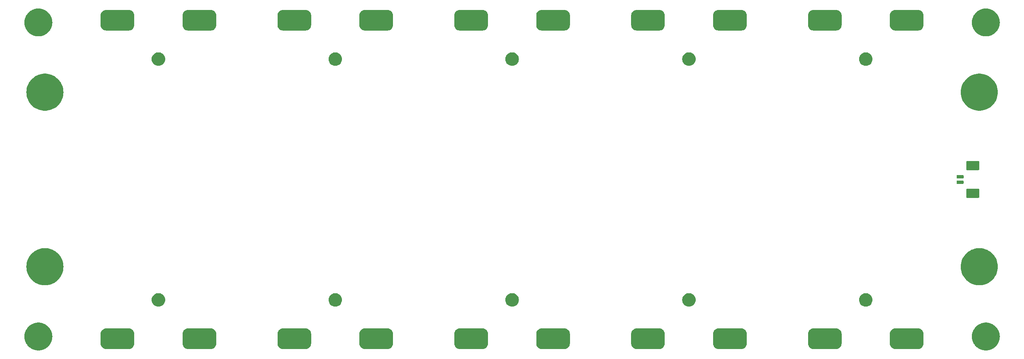
<source format=gts>
G04 #@! TF.GenerationSoftware,KiCad,Pcbnew,7.0.8*
G04 #@! TF.CreationDate,2023-11-12T21:23:09-08:00*
G04 #@! TF.ProjectId,10p-battery-holder,3130702d-6261-4747-9465-72792d686f6c,V1*
G04 #@! TF.SameCoordinates,Original*
G04 #@! TF.FileFunction,Soldermask,Top*
G04 #@! TF.FilePolarity,Negative*
%FSLAX46Y46*%
G04 Gerber Fmt 4.6, Leading zero omitted, Abs format (unit mm)*
G04 Created by KiCad (PCBNEW 7.0.8) date 2023-11-12 21:23:09*
%MOMM*%
%LPD*%
G01*
G04 APERTURE LIST*
G04 APERTURE END LIST*
G36*
X44084617Y-123304752D02*
G01*
X44173237Y-123304752D01*
X44267863Y-123315042D01*
X44358286Y-123320121D01*
X44436052Y-123333334D01*
X44517695Y-123342213D01*
X44617132Y-123364100D01*
X44712067Y-123380231D01*
X44782190Y-123400432D01*
X44856078Y-123416697D01*
X44958904Y-123451343D01*
X45056893Y-123479573D01*
X45118829Y-123505227D01*
X45184420Y-123527328D01*
X45289066Y-123575743D01*
X45388428Y-123616900D01*
X45441885Y-123646444D01*
X45498879Y-123672813D01*
X45603601Y-123735822D01*
X45702503Y-123790483D01*
X45747429Y-123822360D01*
X45795766Y-123851443D01*
X45898711Y-123929700D01*
X45995167Y-123998139D01*
X46031765Y-124030845D01*
X46071599Y-124061126D01*
X46170795Y-124155090D01*
X46262742Y-124237258D01*
X46291434Y-124269364D01*
X46323139Y-124299397D01*
X46416559Y-124409380D01*
X46501861Y-124504833D01*
X46523285Y-124535028D01*
X46547451Y-124563478D01*
X46633041Y-124689715D01*
X46709517Y-124797497D01*
X46724498Y-124824603D01*
X46741891Y-124850256D01*
X46817594Y-124993048D01*
X46883100Y-125111572D01*
X46892633Y-125134588D01*
X46904189Y-125156384D01*
X46968007Y-125316555D01*
X47020427Y-125443107D01*
X47025640Y-125461202D01*
X47032433Y-125478251D01*
X47082458Y-125658425D01*
X47119769Y-125787933D01*
X47121901Y-125800483D01*
X47125129Y-125812108D01*
X47159534Y-126021976D01*
X47179879Y-126141714D01*
X47180251Y-126148344D01*
X47181183Y-126154027D01*
X47198292Y-126469602D01*
X47200000Y-126500000D01*
X47198292Y-126530400D01*
X47181183Y-126845972D01*
X47180251Y-126851654D01*
X47179879Y-126858286D01*
X47159530Y-126978050D01*
X47125129Y-127187891D01*
X47121901Y-127199514D01*
X47119769Y-127212067D01*
X47082451Y-127341601D01*
X47032433Y-127521748D01*
X47025641Y-127538794D01*
X47020427Y-127556893D01*
X46967997Y-127683469D01*
X46904189Y-127843615D01*
X46892635Y-127865407D01*
X46883100Y-127888428D01*
X46817581Y-128006975D01*
X46741891Y-128149743D01*
X46724501Y-128175390D01*
X46709517Y-128202503D01*
X46633026Y-128310306D01*
X46547451Y-128436521D01*
X46523290Y-128464965D01*
X46501861Y-128495167D01*
X46416542Y-128590638D01*
X46323139Y-128700602D01*
X46291439Y-128730628D01*
X46262742Y-128762742D01*
X46170777Y-128844926D01*
X46071599Y-128938873D01*
X46031772Y-128969147D01*
X45995167Y-129001861D01*
X45898692Y-129070313D01*
X45795766Y-129148556D01*
X45747439Y-129177633D01*
X45702503Y-129209517D01*
X45603581Y-129264188D01*
X45498879Y-129327186D01*
X45441896Y-129353549D01*
X45388428Y-129383100D01*
X45289046Y-129424265D01*
X45184420Y-129472671D01*
X45118842Y-129494766D01*
X45056893Y-129520427D01*
X44958884Y-129548662D01*
X44856078Y-129583302D01*
X44782204Y-129599562D01*
X44712067Y-129619769D01*
X44617112Y-129635902D01*
X44517695Y-129657786D01*
X44436064Y-129666663D01*
X44358286Y-129679879D01*
X44267858Y-129684957D01*
X44173237Y-129695248D01*
X44084617Y-129695248D01*
X44000000Y-129700000D01*
X43915383Y-129695248D01*
X43826763Y-129695248D01*
X43732141Y-129684957D01*
X43641714Y-129679879D01*
X43563936Y-129666664D01*
X43482304Y-129657786D01*
X43382883Y-129635901D01*
X43287933Y-129619769D01*
X43217798Y-129599563D01*
X43143921Y-129583302D01*
X43041109Y-129548660D01*
X42943107Y-129520427D01*
X42881162Y-129494768D01*
X42815579Y-129472671D01*
X42710944Y-129424261D01*
X42611572Y-129383100D01*
X42558108Y-129353552D01*
X42501120Y-129327186D01*
X42396406Y-129264182D01*
X42297497Y-129209517D01*
X42252566Y-129177637D01*
X42204233Y-129148556D01*
X42101292Y-129070302D01*
X42004833Y-129001861D01*
X41968232Y-128969153D01*
X41928400Y-128938873D01*
X41829205Y-128844910D01*
X41737258Y-128762742D01*
X41708565Y-128730635D01*
X41676860Y-128700602D01*
X41583437Y-128590616D01*
X41498139Y-128495167D01*
X41476714Y-128464972D01*
X41452548Y-128436521D01*
X41366950Y-128310274D01*
X41290483Y-128202503D01*
X41275503Y-128175398D01*
X41258108Y-128149743D01*
X41182394Y-128006930D01*
X41116900Y-127888428D01*
X41107367Y-127865415D01*
X41095810Y-127843615D01*
X41031976Y-127683405D01*
X40979573Y-127556893D01*
X40974361Y-127538803D01*
X40967566Y-127521748D01*
X40917521Y-127341505D01*
X40880231Y-127212067D01*
X40878099Y-127199523D01*
X40874870Y-127187891D01*
X40840441Y-126977882D01*
X40820121Y-126858286D01*
X40819749Y-126851663D01*
X40818816Y-126845972D01*
X40801678Y-126529884D01*
X40800000Y-126500000D01*
X40801678Y-126470117D01*
X40818816Y-126154027D01*
X40819749Y-126148334D01*
X40820121Y-126141714D01*
X40840436Y-126022144D01*
X40874870Y-125812108D01*
X40878100Y-125800474D01*
X40880231Y-125787933D01*
X40917513Y-125658520D01*
X40967566Y-125478251D01*
X40974362Y-125461193D01*
X40979573Y-125443107D01*
X41031966Y-125316619D01*
X41095810Y-125156384D01*
X41107369Y-125134579D01*
X41116900Y-125111572D01*
X41182381Y-124993092D01*
X41258108Y-124850256D01*
X41275506Y-124824595D01*
X41290483Y-124797497D01*
X41366935Y-124689747D01*
X41452548Y-124563478D01*
X41476719Y-124535021D01*
X41498139Y-124504833D01*
X41583420Y-124409402D01*
X41676860Y-124299397D01*
X41708571Y-124269358D01*
X41737258Y-124237258D01*
X41829186Y-124155105D01*
X41928400Y-124061126D01*
X41968240Y-124030840D01*
X42004833Y-123998139D01*
X42101273Y-123929711D01*
X42204233Y-123851443D01*
X42252575Y-123822356D01*
X42297497Y-123790483D01*
X42396385Y-123735829D01*
X42501120Y-123672813D01*
X42558120Y-123646441D01*
X42611572Y-123616900D01*
X42710923Y-123575747D01*
X42815579Y-123527328D01*
X42881175Y-123505226D01*
X42943107Y-123479573D01*
X43041088Y-123451345D01*
X43143921Y-123416697D01*
X43217813Y-123400432D01*
X43287933Y-123380231D01*
X43382863Y-123364101D01*
X43482304Y-123342213D01*
X43563948Y-123333333D01*
X43641714Y-123320121D01*
X43732135Y-123315042D01*
X43826763Y-123304752D01*
X43915383Y-123304752D01*
X44000000Y-123300000D01*
X44084617Y-123304752D01*
G37*
G36*
X261084617Y-123304752D02*
G01*
X261173237Y-123304752D01*
X261267863Y-123315042D01*
X261358286Y-123320121D01*
X261436052Y-123333334D01*
X261517695Y-123342213D01*
X261617132Y-123364100D01*
X261712067Y-123380231D01*
X261782190Y-123400432D01*
X261856078Y-123416697D01*
X261958904Y-123451343D01*
X262056893Y-123479573D01*
X262118829Y-123505227D01*
X262184420Y-123527328D01*
X262289066Y-123575743D01*
X262388428Y-123616900D01*
X262441885Y-123646444D01*
X262498879Y-123672813D01*
X262603601Y-123735822D01*
X262702503Y-123790483D01*
X262747429Y-123822360D01*
X262795766Y-123851443D01*
X262898711Y-123929700D01*
X262995167Y-123998139D01*
X263031765Y-124030845D01*
X263071599Y-124061126D01*
X263170795Y-124155090D01*
X263262742Y-124237258D01*
X263291434Y-124269364D01*
X263323139Y-124299397D01*
X263416559Y-124409380D01*
X263501861Y-124504833D01*
X263523285Y-124535028D01*
X263547451Y-124563478D01*
X263633041Y-124689715D01*
X263709517Y-124797497D01*
X263724498Y-124824603D01*
X263741891Y-124850256D01*
X263817594Y-124993048D01*
X263883100Y-125111572D01*
X263892633Y-125134588D01*
X263904189Y-125156384D01*
X263968007Y-125316555D01*
X264020427Y-125443107D01*
X264025640Y-125461202D01*
X264032433Y-125478251D01*
X264082458Y-125658425D01*
X264119769Y-125787933D01*
X264121901Y-125800483D01*
X264125129Y-125812108D01*
X264159534Y-126021976D01*
X264179879Y-126141714D01*
X264180251Y-126148344D01*
X264181183Y-126154027D01*
X264198292Y-126469602D01*
X264200000Y-126500000D01*
X264198292Y-126530400D01*
X264181183Y-126845972D01*
X264180251Y-126851654D01*
X264179879Y-126858286D01*
X264159530Y-126978050D01*
X264125129Y-127187891D01*
X264121901Y-127199514D01*
X264119769Y-127212067D01*
X264082451Y-127341601D01*
X264032433Y-127521748D01*
X264025641Y-127538794D01*
X264020427Y-127556893D01*
X263967997Y-127683469D01*
X263904189Y-127843615D01*
X263892635Y-127865407D01*
X263883100Y-127888428D01*
X263817581Y-128006975D01*
X263741891Y-128149743D01*
X263724501Y-128175390D01*
X263709517Y-128202503D01*
X263633026Y-128310306D01*
X263547451Y-128436521D01*
X263523290Y-128464965D01*
X263501861Y-128495167D01*
X263416542Y-128590638D01*
X263323139Y-128700602D01*
X263291439Y-128730628D01*
X263262742Y-128762742D01*
X263170777Y-128844926D01*
X263071599Y-128938873D01*
X263031772Y-128969147D01*
X262995167Y-129001861D01*
X262898692Y-129070313D01*
X262795766Y-129148556D01*
X262747439Y-129177633D01*
X262702503Y-129209517D01*
X262603581Y-129264188D01*
X262498879Y-129327186D01*
X262441896Y-129353549D01*
X262388428Y-129383100D01*
X262289046Y-129424265D01*
X262184420Y-129472671D01*
X262118842Y-129494766D01*
X262056893Y-129520427D01*
X261958884Y-129548662D01*
X261856078Y-129583302D01*
X261782204Y-129599562D01*
X261712067Y-129619769D01*
X261617112Y-129635902D01*
X261517695Y-129657786D01*
X261436064Y-129666663D01*
X261358286Y-129679879D01*
X261267858Y-129684957D01*
X261173237Y-129695248D01*
X261084617Y-129695248D01*
X261000000Y-129700000D01*
X260915383Y-129695248D01*
X260826763Y-129695248D01*
X260732141Y-129684957D01*
X260641714Y-129679879D01*
X260563936Y-129666664D01*
X260482304Y-129657786D01*
X260382883Y-129635901D01*
X260287933Y-129619769D01*
X260217798Y-129599563D01*
X260143921Y-129583302D01*
X260041109Y-129548660D01*
X259943107Y-129520427D01*
X259881162Y-129494768D01*
X259815579Y-129472671D01*
X259710944Y-129424261D01*
X259611572Y-129383100D01*
X259558108Y-129353552D01*
X259501120Y-129327186D01*
X259396406Y-129264182D01*
X259297497Y-129209517D01*
X259252566Y-129177637D01*
X259204233Y-129148556D01*
X259101292Y-129070302D01*
X259004833Y-129001861D01*
X258968232Y-128969153D01*
X258928400Y-128938873D01*
X258829205Y-128844910D01*
X258737258Y-128762742D01*
X258708565Y-128730635D01*
X258676860Y-128700602D01*
X258583437Y-128590616D01*
X258498139Y-128495167D01*
X258476714Y-128464972D01*
X258452548Y-128436521D01*
X258366950Y-128310274D01*
X258290483Y-128202503D01*
X258275503Y-128175398D01*
X258258108Y-128149743D01*
X258182394Y-128006930D01*
X258116900Y-127888428D01*
X258107367Y-127865415D01*
X258095810Y-127843615D01*
X258031976Y-127683405D01*
X257979573Y-127556893D01*
X257974361Y-127538803D01*
X257967566Y-127521748D01*
X257917521Y-127341505D01*
X257880231Y-127212067D01*
X257878099Y-127199523D01*
X257874870Y-127187891D01*
X257840441Y-126977882D01*
X257820121Y-126858286D01*
X257819749Y-126851663D01*
X257818816Y-126845972D01*
X257801678Y-126529884D01*
X257800000Y-126500000D01*
X257801678Y-126470117D01*
X257818816Y-126154027D01*
X257819749Y-126148334D01*
X257820121Y-126141714D01*
X257840436Y-126022144D01*
X257874870Y-125812108D01*
X257878100Y-125800474D01*
X257880231Y-125787933D01*
X257917513Y-125658520D01*
X257967566Y-125478251D01*
X257974362Y-125461193D01*
X257979573Y-125443107D01*
X258031966Y-125316619D01*
X258095810Y-125156384D01*
X258107369Y-125134579D01*
X258116900Y-125111572D01*
X258182381Y-124993092D01*
X258258108Y-124850256D01*
X258275506Y-124824595D01*
X258290483Y-124797497D01*
X258366935Y-124689747D01*
X258452548Y-124563478D01*
X258476719Y-124535021D01*
X258498139Y-124504833D01*
X258583420Y-124409402D01*
X258676860Y-124299397D01*
X258708571Y-124269358D01*
X258737258Y-124237258D01*
X258829186Y-124155105D01*
X258928400Y-124061126D01*
X258968240Y-124030840D01*
X259004833Y-123998139D01*
X259101273Y-123929711D01*
X259204233Y-123851443D01*
X259252575Y-123822356D01*
X259297497Y-123790483D01*
X259396385Y-123735829D01*
X259501120Y-123672813D01*
X259558120Y-123646441D01*
X259611572Y-123616900D01*
X259710923Y-123575747D01*
X259815579Y-123527328D01*
X259881175Y-123505226D01*
X259943107Y-123479573D01*
X260041088Y-123451345D01*
X260143921Y-123416697D01*
X260217813Y-123400432D01*
X260287933Y-123380231D01*
X260382863Y-123364101D01*
X260482304Y-123342213D01*
X260563948Y-123333333D01*
X260641714Y-123320121D01*
X260732135Y-123315042D01*
X260826763Y-123304752D01*
X260915383Y-123304752D01*
X261000000Y-123300000D01*
X261084617Y-123304752D01*
G37*
G36*
X64936632Y-124665082D02*
G01*
X65149592Y-124718743D01*
X65349548Y-124809567D01*
X65530073Y-124934635D01*
X65685365Y-125089927D01*
X65810433Y-125270452D01*
X65901257Y-125470408D01*
X65954918Y-125683368D01*
X65970000Y-125875000D01*
X65970000Y-128125000D01*
X65954918Y-128316632D01*
X65901257Y-128529592D01*
X65810433Y-128729548D01*
X65685365Y-128910073D01*
X65530073Y-129065365D01*
X65349548Y-129190433D01*
X65149592Y-129281257D01*
X64936632Y-129334918D01*
X64745000Y-129350000D01*
X59495000Y-129350000D01*
X59303368Y-129334918D01*
X59090408Y-129281257D01*
X58890452Y-129190433D01*
X58709927Y-129065365D01*
X58554635Y-128910073D01*
X58429567Y-128729548D01*
X58338743Y-128529592D01*
X58285082Y-128316632D01*
X58270000Y-128125000D01*
X58270000Y-125875000D01*
X58285082Y-125683368D01*
X58338743Y-125470408D01*
X58429567Y-125270452D01*
X58554635Y-125089927D01*
X58709927Y-124934635D01*
X58890452Y-124809567D01*
X59090408Y-124718743D01*
X59303368Y-124665082D01*
X59495000Y-124650000D01*
X64745000Y-124650000D01*
X64936632Y-124665082D01*
G37*
G36*
X83696632Y-124665082D02*
G01*
X83909592Y-124718743D01*
X84109548Y-124809567D01*
X84290073Y-124934635D01*
X84445365Y-125089927D01*
X84570433Y-125270452D01*
X84661257Y-125470408D01*
X84714918Y-125683368D01*
X84730000Y-125875000D01*
X84730000Y-128125000D01*
X84714918Y-128316632D01*
X84661257Y-128529592D01*
X84570433Y-128729548D01*
X84445365Y-128910073D01*
X84290073Y-129065365D01*
X84109548Y-129190433D01*
X83909592Y-129281257D01*
X83696632Y-129334918D01*
X83505000Y-129350000D01*
X78255000Y-129350000D01*
X78063368Y-129334918D01*
X77850408Y-129281257D01*
X77650452Y-129190433D01*
X77469927Y-129065365D01*
X77314635Y-128910073D01*
X77189567Y-128729548D01*
X77098743Y-128529592D01*
X77045082Y-128316632D01*
X77030000Y-128125000D01*
X77030000Y-125875000D01*
X77045082Y-125683368D01*
X77098743Y-125470408D01*
X77189567Y-125270452D01*
X77314635Y-125089927D01*
X77469927Y-124934635D01*
X77650452Y-124809567D01*
X77850408Y-124718743D01*
X78063368Y-124665082D01*
X78255000Y-124650000D01*
X83505000Y-124650000D01*
X83696632Y-124665082D01*
G37*
G36*
X105436632Y-124665082D02*
G01*
X105649592Y-124718743D01*
X105849548Y-124809567D01*
X106030073Y-124934635D01*
X106185365Y-125089927D01*
X106310433Y-125270452D01*
X106401257Y-125470408D01*
X106454918Y-125683368D01*
X106470000Y-125875000D01*
X106470000Y-128125000D01*
X106454918Y-128316632D01*
X106401257Y-128529592D01*
X106310433Y-128729548D01*
X106185365Y-128910073D01*
X106030073Y-129065365D01*
X105849548Y-129190433D01*
X105649592Y-129281257D01*
X105436632Y-129334918D01*
X105245000Y-129350000D01*
X99995000Y-129350000D01*
X99803368Y-129334918D01*
X99590408Y-129281257D01*
X99390452Y-129190433D01*
X99209927Y-129065365D01*
X99054635Y-128910073D01*
X98929567Y-128729548D01*
X98838743Y-128529592D01*
X98785082Y-128316632D01*
X98770000Y-128125000D01*
X98770000Y-125875000D01*
X98785082Y-125683368D01*
X98838743Y-125470408D01*
X98929567Y-125270452D01*
X99054635Y-125089927D01*
X99209927Y-124934635D01*
X99390452Y-124809567D01*
X99590408Y-124718743D01*
X99803368Y-124665082D01*
X99995000Y-124650000D01*
X105245000Y-124650000D01*
X105436632Y-124665082D01*
G37*
G36*
X124196632Y-124665082D02*
G01*
X124409592Y-124718743D01*
X124609548Y-124809567D01*
X124790073Y-124934635D01*
X124945365Y-125089927D01*
X125070433Y-125270452D01*
X125161257Y-125470408D01*
X125214918Y-125683368D01*
X125230000Y-125875000D01*
X125230000Y-128125000D01*
X125214918Y-128316632D01*
X125161257Y-128529592D01*
X125070433Y-128729548D01*
X124945365Y-128910073D01*
X124790073Y-129065365D01*
X124609548Y-129190433D01*
X124409592Y-129281257D01*
X124196632Y-129334918D01*
X124005000Y-129350000D01*
X118755000Y-129350000D01*
X118563368Y-129334918D01*
X118350408Y-129281257D01*
X118150452Y-129190433D01*
X117969927Y-129065365D01*
X117814635Y-128910073D01*
X117689567Y-128729548D01*
X117598743Y-128529592D01*
X117545082Y-128316632D01*
X117530000Y-128125000D01*
X117530000Y-125875000D01*
X117545082Y-125683368D01*
X117598743Y-125470408D01*
X117689567Y-125270452D01*
X117814635Y-125089927D01*
X117969927Y-124934635D01*
X118150452Y-124809567D01*
X118350408Y-124718743D01*
X118563368Y-124665082D01*
X118755000Y-124650000D01*
X124005000Y-124650000D01*
X124196632Y-124665082D01*
G37*
G36*
X145936632Y-124665082D02*
G01*
X146149592Y-124718743D01*
X146349548Y-124809567D01*
X146530073Y-124934635D01*
X146685365Y-125089927D01*
X146810433Y-125270452D01*
X146901257Y-125470408D01*
X146954918Y-125683368D01*
X146970000Y-125875000D01*
X146970000Y-128125000D01*
X146954918Y-128316632D01*
X146901257Y-128529592D01*
X146810433Y-128729548D01*
X146685365Y-128910073D01*
X146530073Y-129065365D01*
X146349548Y-129190433D01*
X146149592Y-129281257D01*
X145936632Y-129334918D01*
X145745000Y-129350000D01*
X140495000Y-129350000D01*
X140303368Y-129334918D01*
X140090408Y-129281257D01*
X139890452Y-129190433D01*
X139709927Y-129065365D01*
X139554635Y-128910073D01*
X139429567Y-128729548D01*
X139338743Y-128529592D01*
X139285082Y-128316632D01*
X139270000Y-128125000D01*
X139270000Y-125875000D01*
X139285082Y-125683368D01*
X139338743Y-125470408D01*
X139429567Y-125270452D01*
X139554635Y-125089927D01*
X139709927Y-124934635D01*
X139890452Y-124809567D01*
X140090408Y-124718743D01*
X140303368Y-124665082D01*
X140495000Y-124650000D01*
X145745000Y-124650000D01*
X145936632Y-124665082D01*
G37*
G36*
X164696632Y-124665082D02*
G01*
X164909592Y-124718743D01*
X165109548Y-124809567D01*
X165290073Y-124934635D01*
X165445365Y-125089927D01*
X165570433Y-125270452D01*
X165661257Y-125470408D01*
X165714918Y-125683368D01*
X165730000Y-125875000D01*
X165730000Y-128125000D01*
X165714918Y-128316632D01*
X165661257Y-128529592D01*
X165570433Y-128729548D01*
X165445365Y-128910073D01*
X165290073Y-129065365D01*
X165109548Y-129190433D01*
X164909592Y-129281257D01*
X164696632Y-129334918D01*
X164505000Y-129350000D01*
X159255000Y-129350000D01*
X159063368Y-129334918D01*
X158850408Y-129281257D01*
X158650452Y-129190433D01*
X158469927Y-129065365D01*
X158314635Y-128910073D01*
X158189567Y-128729548D01*
X158098743Y-128529592D01*
X158045082Y-128316632D01*
X158030000Y-128125000D01*
X158030000Y-125875000D01*
X158045082Y-125683368D01*
X158098743Y-125470408D01*
X158189567Y-125270452D01*
X158314635Y-125089927D01*
X158469927Y-124934635D01*
X158650452Y-124809567D01*
X158850408Y-124718743D01*
X159063368Y-124665082D01*
X159255000Y-124650000D01*
X164505000Y-124650000D01*
X164696632Y-124665082D01*
G37*
G36*
X186436632Y-124665082D02*
G01*
X186649592Y-124718743D01*
X186849548Y-124809567D01*
X187030073Y-124934635D01*
X187185365Y-125089927D01*
X187310433Y-125270452D01*
X187401257Y-125470408D01*
X187454918Y-125683368D01*
X187470000Y-125875000D01*
X187470000Y-128125000D01*
X187454918Y-128316632D01*
X187401257Y-128529592D01*
X187310433Y-128729548D01*
X187185365Y-128910073D01*
X187030073Y-129065365D01*
X186849548Y-129190433D01*
X186649592Y-129281257D01*
X186436632Y-129334918D01*
X186245000Y-129350000D01*
X180995000Y-129350000D01*
X180803368Y-129334918D01*
X180590408Y-129281257D01*
X180390452Y-129190433D01*
X180209927Y-129065365D01*
X180054635Y-128910073D01*
X179929567Y-128729548D01*
X179838743Y-128529592D01*
X179785082Y-128316632D01*
X179770000Y-128125000D01*
X179770000Y-125875000D01*
X179785082Y-125683368D01*
X179838743Y-125470408D01*
X179929567Y-125270452D01*
X180054635Y-125089927D01*
X180209927Y-124934635D01*
X180390452Y-124809567D01*
X180590408Y-124718743D01*
X180803368Y-124665082D01*
X180995000Y-124650000D01*
X186245000Y-124650000D01*
X186436632Y-124665082D01*
G37*
G36*
X205196632Y-124665082D02*
G01*
X205409592Y-124718743D01*
X205609548Y-124809567D01*
X205790073Y-124934635D01*
X205945365Y-125089927D01*
X206070433Y-125270452D01*
X206161257Y-125470408D01*
X206214918Y-125683368D01*
X206230000Y-125875000D01*
X206230000Y-128125000D01*
X206214918Y-128316632D01*
X206161257Y-128529592D01*
X206070433Y-128729548D01*
X205945365Y-128910073D01*
X205790073Y-129065365D01*
X205609548Y-129190433D01*
X205409592Y-129281257D01*
X205196632Y-129334918D01*
X205005000Y-129350000D01*
X199755000Y-129350000D01*
X199563368Y-129334918D01*
X199350408Y-129281257D01*
X199150452Y-129190433D01*
X198969927Y-129065365D01*
X198814635Y-128910073D01*
X198689567Y-128729548D01*
X198598743Y-128529592D01*
X198545082Y-128316632D01*
X198530000Y-128125000D01*
X198530000Y-125875000D01*
X198545082Y-125683368D01*
X198598743Y-125470408D01*
X198689567Y-125270452D01*
X198814635Y-125089927D01*
X198969927Y-124934635D01*
X199150452Y-124809567D01*
X199350408Y-124718743D01*
X199563368Y-124665082D01*
X199755000Y-124650000D01*
X205005000Y-124650000D01*
X205196632Y-124665082D01*
G37*
G36*
X226936632Y-124665082D02*
G01*
X227149592Y-124718743D01*
X227349548Y-124809567D01*
X227530073Y-124934635D01*
X227685365Y-125089927D01*
X227810433Y-125270452D01*
X227901257Y-125470408D01*
X227954918Y-125683368D01*
X227970000Y-125875000D01*
X227970000Y-128125000D01*
X227954918Y-128316632D01*
X227901257Y-128529592D01*
X227810433Y-128729548D01*
X227685365Y-128910073D01*
X227530073Y-129065365D01*
X227349548Y-129190433D01*
X227149592Y-129281257D01*
X226936632Y-129334918D01*
X226745000Y-129350000D01*
X221495000Y-129350000D01*
X221303368Y-129334918D01*
X221090408Y-129281257D01*
X220890452Y-129190433D01*
X220709927Y-129065365D01*
X220554635Y-128910073D01*
X220429567Y-128729548D01*
X220338743Y-128529592D01*
X220285082Y-128316632D01*
X220270000Y-128125000D01*
X220270000Y-125875000D01*
X220285082Y-125683368D01*
X220338743Y-125470408D01*
X220429567Y-125270452D01*
X220554635Y-125089927D01*
X220709927Y-124934635D01*
X220890452Y-124809567D01*
X221090408Y-124718743D01*
X221303368Y-124665082D01*
X221495000Y-124650000D01*
X226745000Y-124650000D01*
X226936632Y-124665082D01*
G37*
G36*
X245696632Y-124665082D02*
G01*
X245909592Y-124718743D01*
X246109548Y-124809567D01*
X246290073Y-124934635D01*
X246445365Y-125089927D01*
X246570433Y-125270452D01*
X246661257Y-125470408D01*
X246714918Y-125683368D01*
X246730000Y-125875000D01*
X246730000Y-128125000D01*
X246714918Y-128316632D01*
X246661257Y-128529592D01*
X246570433Y-128729548D01*
X246445365Y-128910073D01*
X246290073Y-129065365D01*
X246109548Y-129190433D01*
X245909592Y-129281257D01*
X245696632Y-129334918D01*
X245505000Y-129350000D01*
X240255000Y-129350000D01*
X240063368Y-129334918D01*
X239850408Y-129281257D01*
X239650452Y-129190433D01*
X239469927Y-129065365D01*
X239314635Y-128910073D01*
X239189567Y-128729548D01*
X239098743Y-128529592D01*
X239045082Y-128316632D01*
X239030000Y-128125000D01*
X239030000Y-125875000D01*
X239045082Y-125683368D01*
X239098743Y-125470408D01*
X239189567Y-125270452D01*
X239314635Y-125089927D01*
X239469927Y-124934635D01*
X239650452Y-124809567D01*
X239850408Y-124718743D01*
X240063368Y-124665082D01*
X240255000Y-124650000D01*
X245505000Y-124650000D01*
X245696632Y-124665082D01*
G37*
G36*
X71742473Y-116569083D02*
G01*
X71978976Y-116625862D01*
X72203685Y-116718940D01*
X72411067Y-116846024D01*
X72596016Y-117003984D01*
X72753976Y-117188933D01*
X72881060Y-117396315D01*
X72974138Y-117621024D01*
X73030917Y-117857527D01*
X73050000Y-118100000D01*
X73030917Y-118342473D01*
X72974138Y-118578976D01*
X72881060Y-118803685D01*
X72753976Y-119011067D01*
X72596016Y-119196016D01*
X72411067Y-119353976D01*
X72203685Y-119481060D01*
X71978976Y-119574138D01*
X71742473Y-119630917D01*
X71500000Y-119650000D01*
X71257527Y-119630917D01*
X71021024Y-119574138D01*
X70796315Y-119481060D01*
X70588933Y-119353976D01*
X70403984Y-119196016D01*
X70246024Y-119011067D01*
X70118940Y-118803685D01*
X70025862Y-118578976D01*
X69969083Y-118342473D01*
X69950000Y-118100000D01*
X69969083Y-117857527D01*
X70025862Y-117621024D01*
X70118940Y-117396315D01*
X70246024Y-117188933D01*
X70403984Y-117003984D01*
X70588933Y-116846024D01*
X70796315Y-116718940D01*
X71021024Y-116625862D01*
X71257527Y-116569083D01*
X71500000Y-116550000D01*
X71742473Y-116569083D01*
G37*
G36*
X112242473Y-116569083D02*
G01*
X112478976Y-116625862D01*
X112703685Y-116718940D01*
X112911067Y-116846024D01*
X113096016Y-117003984D01*
X113253976Y-117188933D01*
X113381060Y-117396315D01*
X113474138Y-117621024D01*
X113530917Y-117857527D01*
X113550000Y-118100000D01*
X113530917Y-118342473D01*
X113474138Y-118578976D01*
X113381060Y-118803685D01*
X113253976Y-119011067D01*
X113096016Y-119196016D01*
X112911067Y-119353976D01*
X112703685Y-119481060D01*
X112478976Y-119574138D01*
X112242473Y-119630917D01*
X112000000Y-119650000D01*
X111757527Y-119630917D01*
X111521024Y-119574138D01*
X111296315Y-119481060D01*
X111088933Y-119353976D01*
X110903984Y-119196016D01*
X110746024Y-119011067D01*
X110618940Y-118803685D01*
X110525862Y-118578976D01*
X110469083Y-118342473D01*
X110450000Y-118100000D01*
X110469083Y-117857527D01*
X110525862Y-117621024D01*
X110618940Y-117396315D01*
X110746024Y-117188933D01*
X110903984Y-117003984D01*
X111088933Y-116846024D01*
X111296315Y-116718940D01*
X111521024Y-116625862D01*
X111757527Y-116569083D01*
X112000000Y-116550000D01*
X112242473Y-116569083D01*
G37*
G36*
X152742473Y-116569083D02*
G01*
X152978976Y-116625862D01*
X153203685Y-116718940D01*
X153411067Y-116846024D01*
X153596016Y-117003984D01*
X153753976Y-117188933D01*
X153881060Y-117396315D01*
X153974138Y-117621024D01*
X154030917Y-117857527D01*
X154050000Y-118100000D01*
X154030917Y-118342473D01*
X153974138Y-118578976D01*
X153881060Y-118803685D01*
X153753976Y-119011067D01*
X153596016Y-119196016D01*
X153411067Y-119353976D01*
X153203685Y-119481060D01*
X152978976Y-119574138D01*
X152742473Y-119630917D01*
X152500000Y-119650000D01*
X152257527Y-119630917D01*
X152021024Y-119574138D01*
X151796315Y-119481060D01*
X151588933Y-119353976D01*
X151403984Y-119196016D01*
X151246024Y-119011067D01*
X151118940Y-118803685D01*
X151025862Y-118578976D01*
X150969083Y-118342473D01*
X150950000Y-118100000D01*
X150969083Y-117857527D01*
X151025862Y-117621024D01*
X151118940Y-117396315D01*
X151246024Y-117188933D01*
X151403984Y-117003984D01*
X151588933Y-116846024D01*
X151796315Y-116718940D01*
X152021024Y-116625862D01*
X152257527Y-116569083D01*
X152500000Y-116550000D01*
X152742473Y-116569083D01*
G37*
G36*
X193242473Y-116569083D02*
G01*
X193478976Y-116625862D01*
X193703685Y-116718940D01*
X193911067Y-116846024D01*
X194096016Y-117003984D01*
X194253976Y-117188933D01*
X194381060Y-117396315D01*
X194474138Y-117621024D01*
X194530917Y-117857527D01*
X194550000Y-118100000D01*
X194530917Y-118342473D01*
X194474138Y-118578976D01*
X194381060Y-118803685D01*
X194253976Y-119011067D01*
X194096016Y-119196016D01*
X193911067Y-119353976D01*
X193703685Y-119481060D01*
X193478976Y-119574138D01*
X193242473Y-119630917D01*
X193000000Y-119650000D01*
X192757527Y-119630917D01*
X192521024Y-119574138D01*
X192296315Y-119481060D01*
X192088933Y-119353976D01*
X191903984Y-119196016D01*
X191746024Y-119011067D01*
X191618940Y-118803685D01*
X191525862Y-118578976D01*
X191469083Y-118342473D01*
X191450000Y-118100000D01*
X191469083Y-117857527D01*
X191525862Y-117621024D01*
X191618940Y-117396315D01*
X191746024Y-117188933D01*
X191903984Y-117003984D01*
X192088933Y-116846024D01*
X192296315Y-116718940D01*
X192521024Y-116625862D01*
X192757527Y-116569083D01*
X193000000Y-116550000D01*
X193242473Y-116569083D01*
G37*
G36*
X233742473Y-116569083D02*
G01*
X233978976Y-116625862D01*
X234203685Y-116718940D01*
X234411067Y-116846024D01*
X234596016Y-117003984D01*
X234753976Y-117188933D01*
X234881060Y-117396315D01*
X234974138Y-117621024D01*
X235030917Y-117857527D01*
X235050000Y-118100000D01*
X235030917Y-118342473D01*
X234974138Y-118578976D01*
X234881060Y-118803685D01*
X234753976Y-119011067D01*
X234596016Y-119196016D01*
X234411067Y-119353976D01*
X234203685Y-119481060D01*
X233978976Y-119574138D01*
X233742473Y-119630917D01*
X233500000Y-119650000D01*
X233257527Y-119630917D01*
X233021024Y-119574138D01*
X232796315Y-119481060D01*
X232588933Y-119353976D01*
X232403984Y-119196016D01*
X232246024Y-119011067D01*
X232118940Y-118803685D01*
X232025862Y-118578976D01*
X231969083Y-118342473D01*
X231950000Y-118100000D01*
X231969083Y-117857527D01*
X232025862Y-117621024D01*
X232118940Y-117396315D01*
X232246024Y-117188933D01*
X232403984Y-117003984D01*
X232588933Y-116846024D01*
X232796315Y-116718940D01*
X233021024Y-116625862D01*
X233257527Y-116569083D01*
X233500000Y-116550000D01*
X233742473Y-116569083D01*
G37*
G36*
X46104838Y-106293259D02*
G01*
X46501975Y-106369801D01*
X46890039Y-106483747D01*
X47265514Y-106634064D01*
X47625000Y-106819392D01*
X47965242Y-107038052D01*
X48283158Y-107288064D01*
X48575870Y-107567164D01*
X48840726Y-107872824D01*
X49075328Y-108202277D01*
X49277551Y-108552537D01*
X49445564Y-108920435D01*
X49577845Y-109302637D01*
X49673197Y-109695682D01*
X49730756Y-110096012D01*
X49750000Y-110500000D01*
X49730756Y-110903988D01*
X49673197Y-111304318D01*
X49577845Y-111697363D01*
X49445564Y-112079565D01*
X49277551Y-112447463D01*
X49075328Y-112797723D01*
X48840726Y-113127176D01*
X48575870Y-113432836D01*
X48283158Y-113711936D01*
X47965242Y-113961948D01*
X47625000Y-114180608D01*
X47265514Y-114365936D01*
X46890039Y-114516253D01*
X46501975Y-114630199D01*
X46104838Y-114706741D01*
X45702223Y-114745186D01*
X45297777Y-114745186D01*
X44895162Y-114706741D01*
X44498025Y-114630199D01*
X44109961Y-114516253D01*
X43734486Y-114365936D01*
X43375000Y-114180608D01*
X43034758Y-113961948D01*
X42716842Y-113711936D01*
X42424130Y-113432836D01*
X42159274Y-113127176D01*
X41924672Y-112797723D01*
X41722449Y-112447463D01*
X41554436Y-112079565D01*
X41422155Y-111697363D01*
X41326803Y-111304318D01*
X41269244Y-110903988D01*
X41250000Y-110500000D01*
X41269244Y-110096012D01*
X41326803Y-109695682D01*
X41422155Y-109302637D01*
X41554436Y-108920435D01*
X41722449Y-108552537D01*
X41924672Y-108202277D01*
X42159274Y-107872824D01*
X42424130Y-107567164D01*
X42716842Y-107288064D01*
X43034758Y-107038052D01*
X43375000Y-106819392D01*
X43734486Y-106634064D01*
X44109961Y-106483747D01*
X44498025Y-106369801D01*
X44895162Y-106293259D01*
X45297777Y-106254814D01*
X45702223Y-106254814D01*
X46104838Y-106293259D01*
G37*
G36*
X260104838Y-106293259D02*
G01*
X260501975Y-106369801D01*
X260890039Y-106483747D01*
X261265514Y-106634064D01*
X261625000Y-106819392D01*
X261965242Y-107038052D01*
X262283158Y-107288064D01*
X262575870Y-107567164D01*
X262840726Y-107872824D01*
X263075328Y-108202277D01*
X263277551Y-108552537D01*
X263445564Y-108920435D01*
X263577845Y-109302637D01*
X263673197Y-109695682D01*
X263730756Y-110096012D01*
X263750000Y-110500000D01*
X263730756Y-110903988D01*
X263673197Y-111304318D01*
X263577845Y-111697363D01*
X263445564Y-112079565D01*
X263277551Y-112447463D01*
X263075328Y-112797723D01*
X262840726Y-113127176D01*
X262575870Y-113432836D01*
X262283158Y-113711936D01*
X261965242Y-113961948D01*
X261625000Y-114180608D01*
X261265514Y-114365936D01*
X260890039Y-114516253D01*
X260501975Y-114630199D01*
X260104838Y-114706741D01*
X259702223Y-114745186D01*
X259297777Y-114745186D01*
X258895162Y-114706741D01*
X258498025Y-114630199D01*
X258109961Y-114516253D01*
X257734486Y-114365936D01*
X257375000Y-114180608D01*
X257034758Y-113961948D01*
X256716842Y-113711936D01*
X256424130Y-113432836D01*
X256159274Y-113127176D01*
X255924672Y-112797723D01*
X255722449Y-112447463D01*
X255554436Y-112079565D01*
X255422155Y-111697363D01*
X255326803Y-111304318D01*
X255269244Y-110903988D01*
X255250000Y-110500000D01*
X255269244Y-110096012D01*
X255326803Y-109695682D01*
X255422155Y-109302637D01*
X255554436Y-108920435D01*
X255722449Y-108552537D01*
X255924672Y-108202277D01*
X256159274Y-107872824D01*
X256424130Y-107567164D01*
X256716842Y-107288064D01*
X257034758Y-107038052D01*
X257375000Y-106819392D01*
X257734486Y-106634064D01*
X258109961Y-106483747D01*
X258498025Y-106369801D01*
X258895162Y-106293259D01*
X259297777Y-106254814D01*
X259702223Y-106254814D01*
X260104838Y-106293259D01*
G37*
G36*
X259253229Y-92625642D02*
G01*
X259305773Y-92631738D01*
X259323726Y-92639665D01*
X259345670Y-92644030D01*
X259369162Y-92659727D01*
X259390890Y-92669321D01*
X259405730Y-92684161D01*
X259426776Y-92698224D01*
X259440838Y-92719269D01*
X259455678Y-92734109D01*
X259465271Y-92755835D01*
X259480970Y-92779330D01*
X259485334Y-92801275D01*
X259493261Y-92819226D01*
X259499359Y-92871784D01*
X259499999Y-92875002D01*
X259499999Y-92877300D01*
X259500000Y-92877309D01*
X259500000Y-94472690D01*
X259500000Y-94474999D01*
X259499357Y-94478231D01*
X259493261Y-94530773D01*
X259485335Y-94548722D01*
X259480970Y-94570670D01*
X259465269Y-94594166D01*
X259455678Y-94615890D01*
X259440840Y-94630727D01*
X259426776Y-94651776D01*
X259405727Y-94665840D01*
X259390890Y-94680678D01*
X259369166Y-94690269D01*
X259345670Y-94705970D01*
X259323723Y-94710335D01*
X259305773Y-94718261D01*
X259253217Y-94724358D01*
X259249998Y-94724999D01*
X259247698Y-94724999D01*
X259247690Y-94725000D01*
X256752310Y-94725000D01*
X256752309Y-94724999D01*
X256750001Y-94725000D01*
X256746769Y-94724357D01*
X256694226Y-94718261D01*
X256676276Y-94710335D01*
X256654330Y-94705970D01*
X256630835Y-94690271D01*
X256609109Y-94680678D01*
X256594269Y-94665838D01*
X256573224Y-94651776D01*
X256559161Y-94630730D01*
X256544321Y-94615890D01*
X256534727Y-94594162D01*
X256519030Y-94570670D01*
X256514665Y-94548727D01*
X256506738Y-94530773D01*
X256500641Y-94478215D01*
X256500001Y-94474998D01*
X256500000Y-94472698D01*
X256500000Y-94472690D01*
X256500000Y-92877309D01*
X256500000Y-92877308D01*
X256500000Y-92875001D01*
X256500642Y-92871771D01*
X256506738Y-92819226D01*
X256514665Y-92801272D01*
X256519030Y-92779330D01*
X256534725Y-92755839D01*
X256544321Y-92734109D01*
X256559164Y-92719265D01*
X256573224Y-92698224D01*
X256594265Y-92684164D01*
X256609109Y-92669321D01*
X256630839Y-92659725D01*
X256654330Y-92644030D01*
X256676270Y-92639665D01*
X256694226Y-92631738D01*
X256746784Y-92625641D01*
X256750002Y-92625001D01*
X256752301Y-92625000D01*
X256752310Y-92625000D01*
X259247690Y-92625000D01*
X259249999Y-92625000D01*
X259253229Y-92625642D01*
G37*
G36*
X255776537Y-90740224D02*
G01*
X255841421Y-90783579D01*
X255884776Y-90848463D01*
X255900000Y-90925000D01*
X255900000Y-91325000D01*
X255884776Y-91401537D01*
X255841421Y-91466421D01*
X255776537Y-91509776D01*
X255700000Y-91525000D01*
X254500000Y-91525000D01*
X254423463Y-91509776D01*
X254358579Y-91466421D01*
X254315224Y-91401537D01*
X254300000Y-91325000D01*
X254300000Y-90925000D01*
X254315224Y-90848463D01*
X254358579Y-90783579D01*
X254423463Y-90740224D01*
X254500000Y-90725000D01*
X255700000Y-90725000D01*
X255776537Y-90740224D01*
G37*
G36*
X255776537Y-89490224D02*
G01*
X255841421Y-89533579D01*
X255884776Y-89598463D01*
X255900000Y-89675000D01*
X255900000Y-90075000D01*
X255884776Y-90151537D01*
X255841421Y-90216421D01*
X255776537Y-90259776D01*
X255700000Y-90275000D01*
X254500000Y-90275000D01*
X254423463Y-90259776D01*
X254358579Y-90216421D01*
X254315224Y-90151537D01*
X254300000Y-90075000D01*
X254300000Y-89675000D01*
X254315224Y-89598463D01*
X254358579Y-89533579D01*
X254423463Y-89490224D01*
X254500000Y-89475000D01*
X255700000Y-89475000D01*
X255776537Y-89490224D01*
G37*
G36*
X259253229Y-86275642D02*
G01*
X259305773Y-86281738D01*
X259323726Y-86289665D01*
X259345670Y-86294030D01*
X259369162Y-86309727D01*
X259390890Y-86319321D01*
X259405730Y-86334161D01*
X259426776Y-86348224D01*
X259440838Y-86369269D01*
X259455678Y-86384109D01*
X259465271Y-86405835D01*
X259480970Y-86429330D01*
X259485334Y-86451275D01*
X259493261Y-86469226D01*
X259499359Y-86521784D01*
X259499999Y-86525002D01*
X259499999Y-86527300D01*
X259500000Y-86527309D01*
X259500000Y-88122690D01*
X259500000Y-88124999D01*
X259499357Y-88128231D01*
X259493261Y-88180773D01*
X259485335Y-88198722D01*
X259480970Y-88220670D01*
X259465269Y-88244166D01*
X259455678Y-88265890D01*
X259440840Y-88280727D01*
X259426776Y-88301776D01*
X259405727Y-88315840D01*
X259390890Y-88330678D01*
X259369166Y-88340269D01*
X259345670Y-88355970D01*
X259323723Y-88360335D01*
X259305773Y-88368261D01*
X259253217Y-88374358D01*
X259249998Y-88374999D01*
X259247698Y-88374999D01*
X259247690Y-88375000D01*
X256752310Y-88375000D01*
X256752309Y-88374999D01*
X256750001Y-88375000D01*
X256746769Y-88374357D01*
X256694226Y-88368261D01*
X256676276Y-88360335D01*
X256654330Y-88355970D01*
X256630835Y-88340271D01*
X256609109Y-88330678D01*
X256594269Y-88315838D01*
X256573224Y-88301776D01*
X256559161Y-88280730D01*
X256544321Y-88265890D01*
X256534727Y-88244162D01*
X256519030Y-88220670D01*
X256514665Y-88198727D01*
X256506738Y-88180773D01*
X256500641Y-88128215D01*
X256500001Y-88124998D01*
X256500000Y-88122698D01*
X256500000Y-88122690D01*
X256500000Y-86527309D01*
X256500000Y-86527308D01*
X256500000Y-86525001D01*
X256500642Y-86521771D01*
X256506738Y-86469226D01*
X256514665Y-86451272D01*
X256519030Y-86429330D01*
X256534725Y-86405839D01*
X256544321Y-86384109D01*
X256559164Y-86369265D01*
X256573224Y-86348224D01*
X256594265Y-86334164D01*
X256609109Y-86319321D01*
X256630839Y-86309725D01*
X256654330Y-86294030D01*
X256676270Y-86289665D01*
X256694226Y-86281738D01*
X256746784Y-86275641D01*
X256750002Y-86275001D01*
X256752301Y-86275000D01*
X256752310Y-86275000D01*
X259247690Y-86275000D01*
X259249999Y-86275000D01*
X259253229Y-86275642D01*
G37*
G36*
X46104838Y-66293259D02*
G01*
X46501975Y-66369801D01*
X46890039Y-66483747D01*
X47265514Y-66634064D01*
X47625000Y-66819392D01*
X47965242Y-67038052D01*
X48283158Y-67288064D01*
X48575870Y-67567164D01*
X48840726Y-67872824D01*
X49075328Y-68202277D01*
X49277551Y-68552537D01*
X49445564Y-68920435D01*
X49577845Y-69302637D01*
X49673197Y-69695682D01*
X49730756Y-70096012D01*
X49750000Y-70500000D01*
X49730756Y-70903988D01*
X49673197Y-71304318D01*
X49577845Y-71697363D01*
X49445564Y-72079565D01*
X49277551Y-72447463D01*
X49075328Y-72797723D01*
X48840726Y-73127176D01*
X48575870Y-73432836D01*
X48283158Y-73711936D01*
X47965242Y-73961948D01*
X47625000Y-74180608D01*
X47265514Y-74365936D01*
X46890039Y-74516253D01*
X46501975Y-74630199D01*
X46104838Y-74706741D01*
X45702223Y-74745186D01*
X45297777Y-74745186D01*
X44895162Y-74706741D01*
X44498025Y-74630199D01*
X44109961Y-74516253D01*
X43734486Y-74365936D01*
X43375000Y-74180608D01*
X43034758Y-73961948D01*
X42716842Y-73711936D01*
X42424130Y-73432836D01*
X42159274Y-73127176D01*
X41924672Y-72797723D01*
X41722449Y-72447463D01*
X41554436Y-72079565D01*
X41422155Y-71697363D01*
X41326803Y-71304318D01*
X41269244Y-70903988D01*
X41250000Y-70500000D01*
X41269244Y-70096012D01*
X41326803Y-69695682D01*
X41422155Y-69302637D01*
X41554436Y-68920435D01*
X41722449Y-68552537D01*
X41924672Y-68202277D01*
X42159274Y-67872824D01*
X42424130Y-67567164D01*
X42716842Y-67288064D01*
X43034758Y-67038052D01*
X43375000Y-66819392D01*
X43734486Y-66634064D01*
X44109961Y-66483747D01*
X44498025Y-66369801D01*
X44895162Y-66293259D01*
X45297777Y-66254814D01*
X45702223Y-66254814D01*
X46104838Y-66293259D01*
G37*
G36*
X260104838Y-66293259D02*
G01*
X260501975Y-66369801D01*
X260890039Y-66483747D01*
X261265514Y-66634064D01*
X261625000Y-66819392D01*
X261965242Y-67038052D01*
X262283158Y-67288064D01*
X262575870Y-67567164D01*
X262840726Y-67872824D01*
X263075328Y-68202277D01*
X263277551Y-68552537D01*
X263445564Y-68920435D01*
X263577845Y-69302637D01*
X263673197Y-69695682D01*
X263730756Y-70096012D01*
X263750000Y-70500000D01*
X263730756Y-70903988D01*
X263673197Y-71304318D01*
X263577845Y-71697363D01*
X263445564Y-72079565D01*
X263277551Y-72447463D01*
X263075328Y-72797723D01*
X262840726Y-73127176D01*
X262575870Y-73432836D01*
X262283158Y-73711936D01*
X261965242Y-73961948D01*
X261625000Y-74180608D01*
X261265514Y-74365936D01*
X260890039Y-74516253D01*
X260501975Y-74630199D01*
X260104838Y-74706741D01*
X259702223Y-74745186D01*
X259297777Y-74745186D01*
X258895162Y-74706741D01*
X258498025Y-74630199D01*
X258109961Y-74516253D01*
X257734486Y-74365936D01*
X257375000Y-74180608D01*
X257034758Y-73961948D01*
X256716842Y-73711936D01*
X256424130Y-73432836D01*
X256159274Y-73127176D01*
X255924672Y-72797723D01*
X255722449Y-72447463D01*
X255554436Y-72079565D01*
X255422155Y-71697363D01*
X255326803Y-71304318D01*
X255269244Y-70903988D01*
X255250000Y-70500000D01*
X255269244Y-70096012D01*
X255326803Y-69695682D01*
X255422155Y-69302637D01*
X255554436Y-68920435D01*
X255722449Y-68552537D01*
X255924672Y-68202277D01*
X256159274Y-67872824D01*
X256424130Y-67567164D01*
X256716842Y-67288064D01*
X257034758Y-67038052D01*
X257375000Y-66819392D01*
X257734486Y-66634064D01*
X258109961Y-66483747D01*
X258498025Y-66369801D01*
X258895162Y-66293259D01*
X259297777Y-66254814D01*
X259702223Y-66254814D01*
X260104838Y-66293259D01*
G37*
G36*
X71742473Y-61369083D02*
G01*
X71978976Y-61425862D01*
X72203685Y-61518940D01*
X72411067Y-61646024D01*
X72596016Y-61803984D01*
X72753976Y-61988933D01*
X72881060Y-62196315D01*
X72974138Y-62421024D01*
X73030917Y-62657527D01*
X73050000Y-62900000D01*
X73030917Y-63142473D01*
X72974138Y-63378976D01*
X72881060Y-63603685D01*
X72753976Y-63811067D01*
X72596016Y-63996016D01*
X72411067Y-64153976D01*
X72203685Y-64281060D01*
X71978976Y-64374138D01*
X71742473Y-64430917D01*
X71500000Y-64450000D01*
X71257527Y-64430917D01*
X71021024Y-64374138D01*
X70796315Y-64281060D01*
X70588933Y-64153976D01*
X70403984Y-63996016D01*
X70246024Y-63811067D01*
X70118940Y-63603685D01*
X70025862Y-63378976D01*
X69969083Y-63142473D01*
X69950000Y-62900000D01*
X69969083Y-62657527D01*
X70025862Y-62421024D01*
X70118940Y-62196315D01*
X70246024Y-61988933D01*
X70403984Y-61803984D01*
X70588933Y-61646024D01*
X70796315Y-61518940D01*
X71021024Y-61425862D01*
X71257527Y-61369083D01*
X71500000Y-61350000D01*
X71742473Y-61369083D01*
G37*
G36*
X112242473Y-61369083D02*
G01*
X112478976Y-61425862D01*
X112703685Y-61518940D01*
X112911067Y-61646024D01*
X113096016Y-61803984D01*
X113253976Y-61988933D01*
X113381060Y-62196315D01*
X113474138Y-62421024D01*
X113530917Y-62657527D01*
X113550000Y-62900000D01*
X113530917Y-63142473D01*
X113474138Y-63378976D01*
X113381060Y-63603685D01*
X113253976Y-63811067D01*
X113096016Y-63996016D01*
X112911067Y-64153976D01*
X112703685Y-64281060D01*
X112478976Y-64374138D01*
X112242473Y-64430917D01*
X112000000Y-64450000D01*
X111757527Y-64430917D01*
X111521024Y-64374138D01*
X111296315Y-64281060D01*
X111088933Y-64153976D01*
X110903984Y-63996016D01*
X110746024Y-63811067D01*
X110618940Y-63603685D01*
X110525862Y-63378976D01*
X110469083Y-63142473D01*
X110450000Y-62900000D01*
X110469083Y-62657527D01*
X110525862Y-62421024D01*
X110618940Y-62196315D01*
X110746024Y-61988933D01*
X110903984Y-61803984D01*
X111088933Y-61646024D01*
X111296315Y-61518940D01*
X111521024Y-61425862D01*
X111757527Y-61369083D01*
X112000000Y-61350000D01*
X112242473Y-61369083D01*
G37*
G36*
X152742473Y-61369083D02*
G01*
X152978976Y-61425862D01*
X153203685Y-61518940D01*
X153411067Y-61646024D01*
X153596016Y-61803984D01*
X153753976Y-61988933D01*
X153881060Y-62196315D01*
X153974138Y-62421024D01*
X154030917Y-62657527D01*
X154050000Y-62900000D01*
X154030917Y-63142473D01*
X153974138Y-63378976D01*
X153881060Y-63603685D01*
X153753976Y-63811067D01*
X153596016Y-63996016D01*
X153411067Y-64153976D01*
X153203685Y-64281060D01*
X152978976Y-64374138D01*
X152742473Y-64430917D01*
X152500000Y-64450000D01*
X152257527Y-64430917D01*
X152021024Y-64374138D01*
X151796315Y-64281060D01*
X151588933Y-64153976D01*
X151403984Y-63996016D01*
X151246024Y-63811067D01*
X151118940Y-63603685D01*
X151025862Y-63378976D01*
X150969083Y-63142473D01*
X150950000Y-62900000D01*
X150969083Y-62657527D01*
X151025862Y-62421024D01*
X151118940Y-62196315D01*
X151246024Y-61988933D01*
X151403984Y-61803984D01*
X151588933Y-61646024D01*
X151796315Y-61518940D01*
X152021024Y-61425862D01*
X152257527Y-61369083D01*
X152500000Y-61350000D01*
X152742473Y-61369083D01*
G37*
G36*
X193242473Y-61369083D02*
G01*
X193478976Y-61425862D01*
X193703685Y-61518940D01*
X193911067Y-61646024D01*
X194096016Y-61803984D01*
X194253976Y-61988933D01*
X194381060Y-62196315D01*
X194474138Y-62421024D01*
X194530917Y-62657527D01*
X194550000Y-62900000D01*
X194530917Y-63142473D01*
X194474138Y-63378976D01*
X194381060Y-63603685D01*
X194253976Y-63811067D01*
X194096016Y-63996016D01*
X193911067Y-64153976D01*
X193703685Y-64281060D01*
X193478976Y-64374138D01*
X193242473Y-64430917D01*
X193000000Y-64450000D01*
X192757527Y-64430917D01*
X192521024Y-64374138D01*
X192296315Y-64281060D01*
X192088933Y-64153976D01*
X191903984Y-63996016D01*
X191746024Y-63811067D01*
X191618940Y-63603685D01*
X191525862Y-63378976D01*
X191469083Y-63142473D01*
X191450000Y-62900000D01*
X191469083Y-62657527D01*
X191525862Y-62421024D01*
X191618940Y-62196315D01*
X191746024Y-61988933D01*
X191903984Y-61803984D01*
X192088933Y-61646024D01*
X192296315Y-61518940D01*
X192521024Y-61425862D01*
X192757527Y-61369083D01*
X193000000Y-61350000D01*
X193242473Y-61369083D01*
G37*
G36*
X233742473Y-61369083D02*
G01*
X233978976Y-61425862D01*
X234203685Y-61518940D01*
X234411067Y-61646024D01*
X234596016Y-61803984D01*
X234753976Y-61988933D01*
X234881060Y-62196315D01*
X234974138Y-62421024D01*
X235030917Y-62657527D01*
X235050000Y-62900000D01*
X235030917Y-63142473D01*
X234974138Y-63378976D01*
X234881060Y-63603685D01*
X234753976Y-63811067D01*
X234596016Y-63996016D01*
X234411067Y-64153976D01*
X234203685Y-64281060D01*
X233978976Y-64374138D01*
X233742473Y-64430917D01*
X233500000Y-64450000D01*
X233257527Y-64430917D01*
X233021024Y-64374138D01*
X232796315Y-64281060D01*
X232588933Y-64153976D01*
X232403984Y-63996016D01*
X232246024Y-63811067D01*
X232118940Y-63603685D01*
X232025862Y-63378976D01*
X231969083Y-63142473D01*
X231950000Y-62900000D01*
X231969083Y-62657527D01*
X232025862Y-62421024D01*
X232118940Y-62196315D01*
X232246024Y-61988933D01*
X232403984Y-61803984D01*
X232588933Y-61646024D01*
X232796315Y-61518940D01*
X233021024Y-61425862D01*
X233257527Y-61369083D01*
X233500000Y-61350000D01*
X233742473Y-61369083D01*
G37*
G36*
X44084617Y-51304752D02*
G01*
X44173237Y-51304752D01*
X44267863Y-51315042D01*
X44358286Y-51320121D01*
X44436052Y-51333334D01*
X44517695Y-51342213D01*
X44617132Y-51364100D01*
X44712067Y-51380231D01*
X44782190Y-51400432D01*
X44856078Y-51416697D01*
X44958904Y-51451343D01*
X45056893Y-51479573D01*
X45118829Y-51505227D01*
X45184420Y-51527328D01*
X45289066Y-51575743D01*
X45388428Y-51616900D01*
X45441885Y-51646444D01*
X45498879Y-51672813D01*
X45603601Y-51735822D01*
X45702503Y-51790483D01*
X45747429Y-51822360D01*
X45795766Y-51851443D01*
X45898711Y-51929700D01*
X45995167Y-51998139D01*
X46031765Y-52030845D01*
X46071599Y-52061126D01*
X46170795Y-52155090D01*
X46262742Y-52237258D01*
X46291434Y-52269364D01*
X46323139Y-52299397D01*
X46416559Y-52409380D01*
X46501861Y-52504833D01*
X46523285Y-52535028D01*
X46547451Y-52563478D01*
X46633041Y-52689715D01*
X46709517Y-52797497D01*
X46724498Y-52824603D01*
X46741891Y-52850256D01*
X46817594Y-52993048D01*
X46883100Y-53111572D01*
X46892633Y-53134588D01*
X46904189Y-53156384D01*
X46968007Y-53316555D01*
X47020427Y-53443107D01*
X47025640Y-53461202D01*
X47032433Y-53478251D01*
X47082458Y-53658425D01*
X47119769Y-53787933D01*
X47121901Y-53800483D01*
X47125129Y-53812108D01*
X47159534Y-54021976D01*
X47179879Y-54141714D01*
X47180251Y-54148344D01*
X47181183Y-54154027D01*
X47198292Y-54469602D01*
X47200000Y-54500000D01*
X47198292Y-54530400D01*
X47181183Y-54845972D01*
X47180251Y-54851654D01*
X47179879Y-54858286D01*
X47159530Y-54978050D01*
X47125129Y-55187891D01*
X47121901Y-55199514D01*
X47119769Y-55212067D01*
X47082451Y-55341601D01*
X47032433Y-55521748D01*
X47025641Y-55538794D01*
X47020427Y-55556893D01*
X46967997Y-55683469D01*
X46904189Y-55843615D01*
X46892635Y-55865407D01*
X46883100Y-55888428D01*
X46817581Y-56006975D01*
X46741891Y-56149743D01*
X46724501Y-56175390D01*
X46709517Y-56202503D01*
X46633026Y-56310306D01*
X46547451Y-56436521D01*
X46523290Y-56464965D01*
X46501861Y-56495167D01*
X46416542Y-56590638D01*
X46323139Y-56700602D01*
X46291439Y-56730628D01*
X46262742Y-56762742D01*
X46170777Y-56844926D01*
X46071599Y-56938873D01*
X46031772Y-56969147D01*
X45995167Y-57001861D01*
X45898692Y-57070313D01*
X45795766Y-57148556D01*
X45747439Y-57177633D01*
X45702503Y-57209517D01*
X45603581Y-57264188D01*
X45498879Y-57327186D01*
X45441896Y-57353549D01*
X45388428Y-57383100D01*
X45289046Y-57424265D01*
X45184420Y-57472671D01*
X45118842Y-57494766D01*
X45056893Y-57520427D01*
X44958884Y-57548662D01*
X44856078Y-57583302D01*
X44782204Y-57599562D01*
X44712067Y-57619769D01*
X44617112Y-57635902D01*
X44517695Y-57657786D01*
X44436064Y-57666663D01*
X44358286Y-57679879D01*
X44267858Y-57684957D01*
X44173237Y-57695248D01*
X44084617Y-57695248D01*
X44000000Y-57700000D01*
X43915383Y-57695248D01*
X43826763Y-57695248D01*
X43732141Y-57684957D01*
X43641714Y-57679879D01*
X43563936Y-57666664D01*
X43482304Y-57657786D01*
X43382883Y-57635901D01*
X43287933Y-57619769D01*
X43217798Y-57599563D01*
X43143921Y-57583302D01*
X43041109Y-57548660D01*
X42943107Y-57520427D01*
X42881162Y-57494768D01*
X42815579Y-57472671D01*
X42710944Y-57424261D01*
X42611572Y-57383100D01*
X42558108Y-57353552D01*
X42501120Y-57327186D01*
X42396406Y-57264182D01*
X42297497Y-57209517D01*
X42252566Y-57177637D01*
X42204233Y-57148556D01*
X42101292Y-57070302D01*
X42004833Y-57001861D01*
X41968232Y-56969153D01*
X41928400Y-56938873D01*
X41829205Y-56844910D01*
X41737258Y-56762742D01*
X41708565Y-56730635D01*
X41676860Y-56700602D01*
X41583437Y-56590616D01*
X41498139Y-56495167D01*
X41476714Y-56464972D01*
X41452548Y-56436521D01*
X41366950Y-56310274D01*
X41290483Y-56202503D01*
X41275503Y-56175398D01*
X41258108Y-56149743D01*
X41182394Y-56006930D01*
X41116900Y-55888428D01*
X41107367Y-55865415D01*
X41095810Y-55843615D01*
X41031976Y-55683405D01*
X40979573Y-55556893D01*
X40974361Y-55538803D01*
X40967566Y-55521748D01*
X40917521Y-55341505D01*
X40880231Y-55212067D01*
X40878099Y-55199523D01*
X40874870Y-55187891D01*
X40840441Y-54977882D01*
X40820121Y-54858286D01*
X40819749Y-54851663D01*
X40818816Y-54845972D01*
X40801678Y-54529884D01*
X40800000Y-54500000D01*
X40801678Y-54470117D01*
X40818816Y-54154027D01*
X40819749Y-54148334D01*
X40820121Y-54141714D01*
X40840436Y-54022144D01*
X40874870Y-53812108D01*
X40878100Y-53800474D01*
X40880231Y-53787933D01*
X40917513Y-53658520D01*
X40967566Y-53478251D01*
X40974362Y-53461193D01*
X40979573Y-53443107D01*
X41031966Y-53316619D01*
X41095810Y-53156384D01*
X41107369Y-53134579D01*
X41116900Y-53111572D01*
X41182381Y-52993092D01*
X41258108Y-52850256D01*
X41275506Y-52824595D01*
X41290483Y-52797497D01*
X41366935Y-52689747D01*
X41452548Y-52563478D01*
X41476719Y-52535021D01*
X41498139Y-52504833D01*
X41583420Y-52409402D01*
X41676860Y-52299397D01*
X41708571Y-52269358D01*
X41737258Y-52237258D01*
X41829186Y-52155105D01*
X41928400Y-52061126D01*
X41968240Y-52030840D01*
X42004833Y-51998139D01*
X42101273Y-51929711D01*
X42204233Y-51851443D01*
X42252575Y-51822356D01*
X42297497Y-51790483D01*
X42396385Y-51735829D01*
X42501120Y-51672813D01*
X42558120Y-51646441D01*
X42611572Y-51616900D01*
X42710923Y-51575747D01*
X42815579Y-51527328D01*
X42881175Y-51505226D01*
X42943107Y-51479573D01*
X43041088Y-51451345D01*
X43143921Y-51416697D01*
X43217813Y-51400432D01*
X43287933Y-51380231D01*
X43382863Y-51364101D01*
X43482304Y-51342213D01*
X43563948Y-51333333D01*
X43641714Y-51320121D01*
X43732135Y-51315042D01*
X43826763Y-51304752D01*
X43915383Y-51304752D01*
X44000000Y-51300000D01*
X44084617Y-51304752D01*
G37*
G36*
X261084617Y-51304752D02*
G01*
X261173237Y-51304752D01*
X261267863Y-51315042D01*
X261358286Y-51320121D01*
X261436052Y-51333334D01*
X261517695Y-51342213D01*
X261617132Y-51364100D01*
X261712067Y-51380231D01*
X261782190Y-51400432D01*
X261856078Y-51416697D01*
X261958904Y-51451343D01*
X262056893Y-51479573D01*
X262118829Y-51505227D01*
X262184420Y-51527328D01*
X262289066Y-51575743D01*
X262388428Y-51616900D01*
X262441885Y-51646444D01*
X262498879Y-51672813D01*
X262603601Y-51735822D01*
X262702503Y-51790483D01*
X262747429Y-51822360D01*
X262795766Y-51851443D01*
X262898711Y-51929700D01*
X262995167Y-51998139D01*
X263031765Y-52030845D01*
X263071599Y-52061126D01*
X263170795Y-52155090D01*
X263262742Y-52237258D01*
X263291434Y-52269364D01*
X263323139Y-52299397D01*
X263416559Y-52409380D01*
X263501861Y-52504833D01*
X263523285Y-52535028D01*
X263547451Y-52563478D01*
X263633041Y-52689715D01*
X263709517Y-52797497D01*
X263724498Y-52824603D01*
X263741891Y-52850256D01*
X263817594Y-52993048D01*
X263883100Y-53111572D01*
X263892633Y-53134588D01*
X263904189Y-53156384D01*
X263968007Y-53316555D01*
X264020427Y-53443107D01*
X264025640Y-53461202D01*
X264032433Y-53478251D01*
X264082458Y-53658425D01*
X264119769Y-53787933D01*
X264121901Y-53800483D01*
X264125129Y-53812108D01*
X264159534Y-54021976D01*
X264179879Y-54141714D01*
X264180251Y-54148344D01*
X264181183Y-54154027D01*
X264198292Y-54469602D01*
X264200000Y-54500000D01*
X264198292Y-54530400D01*
X264181183Y-54845972D01*
X264180251Y-54851654D01*
X264179879Y-54858286D01*
X264159530Y-54978050D01*
X264125129Y-55187891D01*
X264121901Y-55199514D01*
X264119769Y-55212067D01*
X264082451Y-55341601D01*
X264032433Y-55521748D01*
X264025641Y-55538794D01*
X264020427Y-55556893D01*
X263967997Y-55683469D01*
X263904189Y-55843615D01*
X263892635Y-55865407D01*
X263883100Y-55888428D01*
X263817581Y-56006975D01*
X263741891Y-56149743D01*
X263724501Y-56175390D01*
X263709517Y-56202503D01*
X263633026Y-56310306D01*
X263547451Y-56436521D01*
X263523290Y-56464965D01*
X263501861Y-56495167D01*
X263416542Y-56590638D01*
X263323139Y-56700602D01*
X263291439Y-56730628D01*
X263262742Y-56762742D01*
X263170777Y-56844926D01*
X263071599Y-56938873D01*
X263031772Y-56969147D01*
X262995167Y-57001861D01*
X262898692Y-57070313D01*
X262795766Y-57148556D01*
X262747439Y-57177633D01*
X262702503Y-57209517D01*
X262603581Y-57264188D01*
X262498879Y-57327186D01*
X262441896Y-57353549D01*
X262388428Y-57383100D01*
X262289046Y-57424265D01*
X262184420Y-57472671D01*
X262118842Y-57494766D01*
X262056893Y-57520427D01*
X261958884Y-57548662D01*
X261856078Y-57583302D01*
X261782204Y-57599562D01*
X261712067Y-57619769D01*
X261617112Y-57635902D01*
X261517695Y-57657786D01*
X261436064Y-57666663D01*
X261358286Y-57679879D01*
X261267858Y-57684957D01*
X261173237Y-57695248D01*
X261084617Y-57695248D01*
X261000000Y-57700000D01*
X260915383Y-57695248D01*
X260826763Y-57695248D01*
X260732141Y-57684957D01*
X260641714Y-57679879D01*
X260563936Y-57666664D01*
X260482304Y-57657786D01*
X260382883Y-57635901D01*
X260287933Y-57619769D01*
X260217798Y-57599563D01*
X260143921Y-57583302D01*
X260041109Y-57548660D01*
X259943107Y-57520427D01*
X259881162Y-57494768D01*
X259815579Y-57472671D01*
X259710944Y-57424261D01*
X259611572Y-57383100D01*
X259558108Y-57353552D01*
X259501120Y-57327186D01*
X259396406Y-57264182D01*
X259297497Y-57209517D01*
X259252566Y-57177637D01*
X259204233Y-57148556D01*
X259101292Y-57070302D01*
X259004833Y-57001861D01*
X258968232Y-56969153D01*
X258928400Y-56938873D01*
X258829205Y-56844910D01*
X258737258Y-56762742D01*
X258708565Y-56730635D01*
X258676860Y-56700602D01*
X258583437Y-56590616D01*
X258498139Y-56495167D01*
X258476714Y-56464972D01*
X258452548Y-56436521D01*
X258366950Y-56310274D01*
X258290483Y-56202503D01*
X258275503Y-56175398D01*
X258258108Y-56149743D01*
X258182394Y-56006930D01*
X258116900Y-55888428D01*
X258107367Y-55865415D01*
X258095810Y-55843615D01*
X258031976Y-55683405D01*
X257979573Y-55556893D01*
X257974361Y-55538803D01*
X257967566Y-55521748D01*
X257917521Y-55341505D01*
X257880231Y-55212067D01*
X257878099Y-55199523D01*
X257874870Y-55187891D01*
X257840441Y-54977882D01*
X257820121Y-54858286D01*
X257819749Y-54851663D01*
X257818816Y-54845972D01*
X257801678Y-54529884D01*
X257800000Y-54500000D01*
X257801678Y-54470117D01*
X257818816Y-54154027D01*
X257819749Y-54148334D01*
X257820121Y-54141714D01*
X257840436Y-54022144D01*
X257874870Y-53812108D01*
X257878100Y-53800474D01*
X257880231Y-53787933D01*
X257917513Y-53658520D01*
X257967566Y-53478251D01*
X257974362Y-53461193D01*
X257979573Y-53443107D01*
X258031966Y-53316619D01*
X258095810Y-53156384D01*
X258107369Y-53134579D01*
X258116900Y-53111572D01*
X258182381Y-52993092D01*
X258258108Y-52850256D01*
X258275506Y-52824595D01*
X258290483Y-52797497D01*
X258366935Y-52689747D01*
X258452548Y-52563478D01*
X258476719Y-52535021D01*
X258498139Y-52504833D01*
X258583420Y-52409402D01*
X258676860Y-52299397D01*
X258708571Y-52269358D01*
X258737258Y-52237258D01*
X258829186Y-52155105D01*
X258928400Y-52061126D01*
X258968240Y-52030840D01*
X259004833Y-51998139D01*
X259101273Y-51929711D01*
X259204233Y-51851443D01*
X259252575Y-51822356D01*
X259297497Y-51790483D01*
X259396385Y-51735829D01*
X259501120Y-51672813D01*
X259558120Y-51646441D01*
X259611572Y-51616900D01*
X259710923Y-51575747D01*
X259815579Y-51527328D01*
X259881175Y-51505226D01*
X259943107Y-51479573D01*
X260041088Y-51451345D01*
X260143921Y-51416697D01*
X260217813Y-51400432D01*
X260287933Y-51380231D01*
X260382863Y-51364101D01*
X260482304Y-51342213D01*
X260563948Y-51333333D01*
X260641714Y-51320121D01*
X260732135Y-51315042D01*
X260826763Y-51304752D01*
X260915383Y-51304752D01*
X261000000Y-51300000D01*
X261084617Y-51304752D01*
G37*
G36*
X64936632Y-51665082D02*
G01*
X65149592Y-51718743D01*
X65349548Y-51809567D01*
X65530073Y-51934635D01*
X65685365Y-52089927D01*
X65810433Y-52270452D01*
X65901257Y-52470408D01*
X65954918Y-52683368D01*
X65970000Y-52875000D01*
X65970000Y-55125000D01*
X65954918Y-55316632D01*
X65901257Y-55529592D01*
X65810433Y-55729548D01*
X65685365Y-55910073D01*
X65530073Y-56065365D01*
X65349548Y-56190433D01*
X65149592Y-56281257D01*
X64936632Y-56334918D01*
X64745000Y-56350000D01*
X59495000Y-56350000D01*
X59303368Y-56334918D01*
X59090408Y-56281257D01*
X58890452Y-56190433D01*
X58709927Y-56065365D01*
X58554635Y-55910073D01*
X58429567Y-55729548D01*
X58338743Y-55529592D01*
X58285082Y-55316632D01*
X58270000Y-55125000D01*
X58270000Y-52875000D01*
X58285082Y-52683368D01*
X58338743Y-52470408D01*
X58429567Y-52270452D01*
X58554635Y-52089927D01*
X58709927Y-51934635D01*
X58890452Y-51809567D01*
X59090408Y-51718743D01*
X59303368Y-51665082D01*
X59495000Y-51650000D01*
X64745000Y-51650000D01*
X64936632Y-51665082D01*
G37*
G36*
X83696632Y-51665082D02*
G01*
X83909592Y-51718743D01*
X84109548Y-51809567D01*
X84290073Y-51934635D01*
X84445365Y-52089927D01*
X84570433Y-52270452D01*
X84661257Y-52470408D01*
X84714918Y-52683368D01*
X84730000Y-52875000D01*
X84730000Y-55125000D01*
X84714918Y-55316632D01*
X84661257Y-55529592D01*
X84570433Y-55729548D01*
X84445365Y-55910073D01*
X84290073Y-56065365D01*
X84109548Y-56190433D01*
X83909592Y-56281257D01*
X83696632Y-56334918D01*
X83505000Y-56350000D01*
X78255000Y-56350000D01*
X78063368Y-56334918D01*
X77850408Y-56281257D01*
X77650452Y-56190433D01*
X77469927Y-56065365D01*
X77314635Y-55910073D01*
X77189567Y-55729548D01*
X77098743Y-55529592D01*
X77045082Y-55316632D01*
X77030000Y-55125000D01*
X77030000Y-52875000D01*
X77045082Y-52683368D01*
X77098743Y-52470408D01*
X77189567Y-52270452D01*
X77314635Y-52089927D01*
X77469927Y-51934635D01*
X77650452Y-51809567D01*
X77850408Y-51718743D01*
X78063368Y-51665082D01*
X78255000Y-51650000D01*
X83505000Y-51650000D01*
X83696632Y-51665082D01*
G37*
G36*
X105436632Y-51665082D02*
G01*
X105649592Y-51718743D01*
X105849548Y-51809567D01*
X106030073Y-51934635D01*
X106185365Y-52089927D01*
X106310433Y-52270452D01*
X106401257Y-52470408D01*
X106454918Y-52683368D01*
X106470000Y-52875000D01*
X106470000Y-55125000D01*
X106454918Y-55316632D01*
X106401257Y-55529592D01*
X106310433Y-55729548D01*
X106185365Y-55910073D01*
X106030073Y-56065365D01*
X105849548Y-56190433D01*
X105649592Y-56281257D01*
X105436632Y-56334918D01*
X105245000Y-56350000D01*
X99995000Y-56350000D01*
X99803368Y-56334918D01*
X99590408Y-56281257D01*
X99390452Y-56190433D01*
X99209927Y-56065365D01*
X99054635Y-55910073D01*
X98929567Y-55729548D01*
X98838743Y-55529592D01*
X98785082Y-55316632D01*
X98770000Y-55125000D01*
X98770000Y-52875000D01*
X98785082Y-52683368D01*
X98838743Y-52470408D01*
X98929567Y-52270452D01*
X99054635Y-52089927D01*
X99209927Y-51934635D01*
X99390452Y-51809567D01*
X99590408Y-51718743D01*
X99803368Y-51665082D01*
X99995000Y-51650000D01*
X105245000Y-51650000D01*
X105436632Y-51665082D01*
G37*
G36*
X124196632Y-51665082D02*
G01*
X124409592Y-51718743D01*
X124609548Y-51809567D01*
X124790073Y-51934635D01*
X124945365Y-52089927D01*
X125070433Y-52270452D01*
X125161257Y-52470408D01*
X125214918Y-52683368D01*
X125230000Y-52875000D01*
X125230000Y-55125000D01*
X125214918Y-55316632D01*
X125161257Y-55529592D01*
X125070433Y-55729548D01*
X124945365Y-55910073D01*
X124790073Y-56065365D01*
X124609548Y-56190433D01*
X124409592Y-56281257D01*
X124196632Y-56334918D01*
X124005000Y-56350000D01*
X118755000Y-56350000D01*
X118563368Y-56334918D01*
X118350408Y-56281257D01*
X118150452Y-56190433D01*
X117969927Y-56065365D01*
X117814635Y-55910073D01*
X117689567Y-55729548D01*
X117598743Y-55529592D01*
X117545082Y-55316632D01*
X117530000Y-55125000D01*
X117530000Y-52875000D01*
X117545082Y-52683368D01*
X117598743Y-52470408D01*
X117689567Y-52270452D01*
X117814635Y-52089927D01*
X117969927Y-51934635D01*
X118150452Y-51809567D01*
X118350408Y-51718743D01*
X118563368Y-51665082D01*
X118755000Y-51650000D01*
X124005000Y-51650000D01*
X124196632Y-51665082D01*
G37*
G36*
X145936632Y-51665082D02*
G01*
X146149592Y-51718743D01*
X146349548Y-51809567D01*
X146530073Y-51934635D01*
X146685365Y-52089927D01*
X146810433Y-52270452D01*
X146901257Y-52470408D01*
X146954918Y-52683368D01*
X146970000Y-52875000D01*
X146970000Y-55125000D01*
X146954918Y-55316632D01*
X146901257Y-55529592D01*
X146810433Y-55729548D01*
X146685365Y-55910073D01*
X146530073Y-56065365D01*
X146349548Y-56190433D01*
X146149592Y-56281257D01*
X145936632Y-56334918D01*
X145745000Y-56350000D01*
X140495000Y-56350000D01*
X140303368Y-56334918D01*
X140090408Y-56281257D01*
X139890452Y-56190433D01*
X139709927Y-56065365D01*
X139554635Y-55910073D01*
X139429567Y-55729548D01*
X139338743Y-55529592D01*
X139285082Y-55316632D01*
X139270000Y-55125000D01*
X139270000Y-52875000D01*
X139285082Y-52683368D01*
X139338743Y-52470408D01*
X139429567Y-52270452D01*
X139554635Y-52089927D01*
X139709927Y-51934635D01*
X139890452Y-51809567D01*
X140090408Y-51718743D01*
X140303368Y-51665082D01*
X140495000Y-51650000D01*
X145745000Y-51650000D01*
X145936632Y-51665082D01*
G37*
G36*
X164696632Y-51665082D02*
G01*
X164909592Y-51718743D01*
X165109548Y-51809567D01*
X165290073Y-51934635D01*
X165445365Y-52089927D01*
X165570433Y-52270452D01*
X165661257Y-52470408D01*
X165714918Y-52683368D01*
X165730000Y-52875000D01*
X165730000Y-55125000D01*
X165714918Y-55316632D01*
X165661257Y-55529592D01*
X165570433Y-55729548D01*
X165445365Y-55910073D01*
X165290073Y-56065365D01*
X165109548Y-56190433D01*
X164909592Y-56281257D01*
X164696632Y-56334918D01*
X164505000Y-56350000D01*
X159255000Y-56350000D01*
X159063368Y-56334918D01*
X158850408Y-56281257D01*
X158650452Y-56190433D01*
X158469927Y-56065365D01*
X158314635Y-55910073D01*
X158189567Y-55729548D01*
X158098743Y-55529592D01*
X158045082Y-55316632D01*
X158030000Y-55125000D01*
X158030000Y-52875000D01*
X158045082Y-52683368D01*
X158098743Y-52470408D01*
X158189567Y-52270452D01*
X158314635Y-52089927D01*
X158469927Y-51934635D01*
X158650452Y-51809567D01*
X158850408Y-51718743D01*
X159063368Y-51665082D01*
X159255000Y-51650000D01*
X164505000Y-51650000D01*
X164696632Y-51665082D01*
G37*
G36*
X186436632Y-51665082D02*
G01*
X186649592Y-51718743D01*
X186849548Y-51809567D01*
X187030073Y-51934635D01*
X187185365Y-52089927D01*
X187310433Y-52270452D01*
X187401257Y-52470408D01*
X187454918Y-52683368D01*
X187470000Y-52875000D01*
X187470000Y-55125000D01*
X187454918Y-55316632D01*
X187401257Y-55529592D01*
X187310433Y-55729548D01*
X187185365Y-55910073D01*
X187030073Y-56065365D01*
X186849548Y-56190433D01*
X186649592Y-56281257D01*
X186436632Y-56334918D01*
X186245000Y-56350000D01*
X180995000Y-56350000D01*
X180803368Y-56334918D01*
X180590408Y-56281257D01*
X180390452Y-56190433D01*
X180209927Y-56065365D01*
X180054635Y-55910073D01*
X179929567Y-55729548D01*
X179838743Y-55529592D01*
X179785082Y-55316632D01*
X179770000Y-55125000D01*
X179770000Y-52875000D01*
X179785082Y-52683368D01*
X179838743Y-52470408D01*
X179929567Y-52270452D01*
X180054635Y-52089927D01*
X180209927Y-51934635D01*
X180390452Y-51809567D01*
X180590408Y-51718743D01*
X180803368Y-51665082D01*
X180995000Y-51650000D01*
X186245000Y-51650000D01*
X186436632Y-51665082D01*
G37*
G36*
X205196632Y-51665082D02*
G01*
X205409592Y-51718743D01*
X205609548Y-51809567D01*
X205790073Y-51934635D01*
X205945365Y-52089927D01*
X206070433Y-52270452D01*
X206161257Y-52470408D01*
X206214918Y-52683368D01*
X206230000Y-52875000D01*
X206230000Y-55125000D01*
X206214918Y-55316632D01*
X206161257Y-55529592D01*
X206070433Y-55729548D01*
X205945365Y-55910073D01*
X205790073Y-56065365D01*
X205609548Y-56190433D01*
X205409592Y-56281257D01*
X205196632Y-56334918D01*
X205005000Y-56350000D01*
X199755000Y-56350000D01*
X199563368Y-56334918D01*
X199350408Y-56281257D01*
X199150452Y-56190433D01*
X198969927Y-56065365D01*
X198814635Y-55910073D01*
X198689567Y-55729548D01*
X198598743Y-55529592D01*
X198545082Y-55316632D01*
X198530000Y-55125000D01*
X198530000Y-52875000D01*
X198545082Y-52683368D01*
X198598743Y-52470408D01*
X198689567Y-52270452D01*
X198814635Y-52089927D01*
X198969927Y-51934635D01*
X199150452Y-51809567D01*
X199350408Y-51718743D01*
X199563368Y-51665082D01*
X199755000Y-51650000D01*
X205005000Y-51650000D01*
X205196632Y-51665082D01*
G37*
G36*
X226936632Y-51665082D02*
G01*
X227149592Y-51718743D01*
X227349548Y-51809567D01*
X227530073Y-51934635D01*
X227685365Y-52089927D01*
X227810433Y-52270452D01*
X227901257Y-52470408D01*
X227954918Y-52683368D01*
X227970000Y-52875000D01*
X227970000Y-55125000D01*
X227954918Y-55316632D01*
X227901257Y-55529592D01*
X227810433Y-55729548D01*
X227685365Y-55910073D01*
X227530073Y-56065365D01*
X227349548Y-56190433D01*
X227149592Y-56281257D01*
X226936632Y-56334918D01*
X226745000Y-56350000D01*
X221495000Y-56350000D01*
X221303368Y-56334918D01*
X221090408Y-56281257D01*
X220890452Y-56190433D01*
X220709927Y-56065365D01*
X220554635Y-55910073D01*
X220429567Y-55729548D01*
X220338743Y-55529592D01*
X220285082Y-55316632D01*
X220270000Y-55125000D01*
X220270000Y-52875000D01*
X220285082Y-52683368D01*
X220338743Y-52470408D01*
X220429567Y-52270452D01*
X220554635Y-52089927D01*
X220709927Y-51934635D01*
X220890452Y-51809567D01*
X221090408Y-51718743D01*
X221303368Y-51665082D01*
X221495000Y-51650000D01*
X226745000Y-51650000D01*
X226936632Y-51665082D01*
G37*
G36*
X245696632Y-51665082D02*
G01*
X245909592Y-51718743D01*
X246109548Y-51809567D01*
X246290073Y-51934635D01*
X246445365Y-52089927D01*
X246570433Y-52270452D01*
X246661257Y-52470408D01*
X246714918Y-52683368D01*
X246730000Y-52875000D01*
X246730000Y-55125000D01*
X246714918Y-55316632D01*
X246661257Y-55529592D01*
X246570433Y-55729548D01*
X246445365Y-55910073D01*
X246290073Y-56065365D01*
X246109548Y-56190433D01*
X245909592Y-56281257D01*
X245696632Y-56334918D01*
X245505000Y-56350000D01*
X240255000Y-56350000D01*
X240063368Y-56334918D01*
X239850408Y-56281257D01*
X239650452Y-56190433D01*
X239469927Y-56065365D01*
X239314635Y-55910073D01*
X239189567Y-55729548D01*
X239098743Y-55529592D01*
X239045082Y-55316632D01*
X239030000Y-55125000D01*
X239030000Y-52875000D01*
X239045082Y-52683368D01*
X239098743Y-52470408D01*
X239189567Y-52270452D01*
X239314635Y-52089927D01*
X239469927Y-51934635D01*
X239650452Y-51809567D01*
X239850408Y-51718743D01*
X240063368Y-51665082D01*
X240255000Y-51650000D01*
X245505000Y-51650000D01*
X245696632Y-51665082D01*
G37*
M02*

</source>
